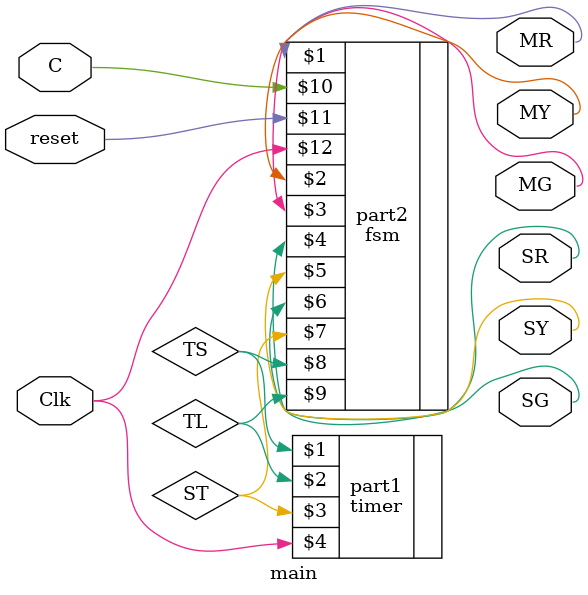
<source format=v>

`timescale 1ns / 1ps

module main(
    output MR,
    output MY,
    output MG,
    output SR,
    output SY,
    output SG,
    input reset,
    input C,
    input Clk
);
    
    timer part1(TS, TL, ST, Clk);
    fsm part2(MR, MY, MG, SR, SY, SG, ST, TS, TL, C, reset, Clk);
endmodule
`timescale 1ns / 1ps


</source>
